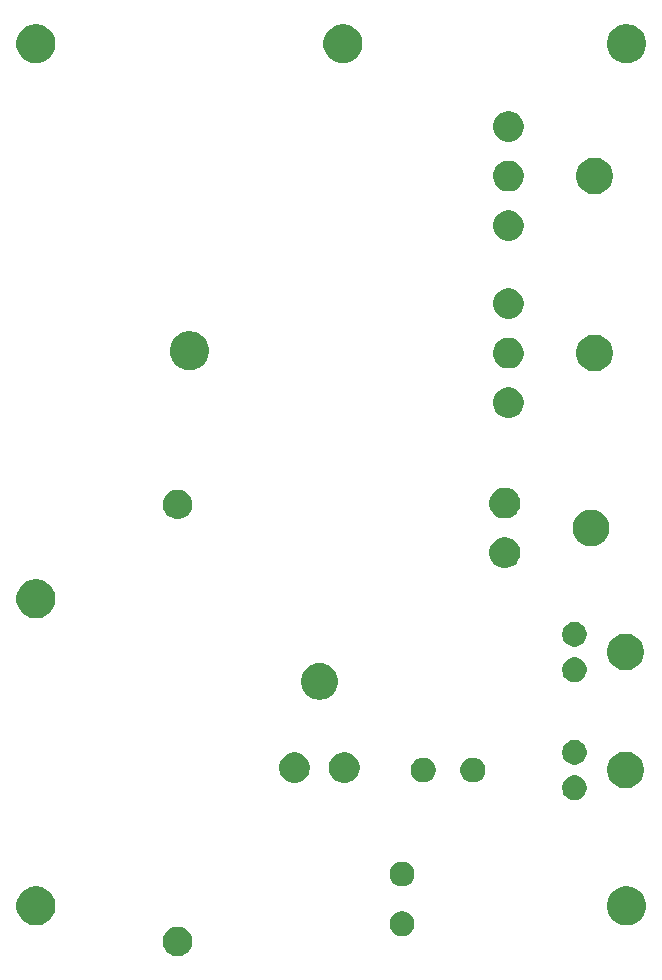
<source format=gbr>
G04 #@! TF.GenerationSoftware,KiCad,Pcbnew,(5.1.4-0)*
G04 #@! TF.CreationDate,2021-06-22T22:46:31+02:00*
G04 #@! TF.ProjectId,accumulator_HV_distribution_board,61636375-6d75-46c6-9174-6f725f48565f,rev?*
G04 #@! TF.SameCoordinates,Original*
G04 #@! TF.FileFunction,Soldermask,Top*
G04 #@! TF.FilePolarity,Negative*
%FSLAX46Y46*%
G04 Gerber Fmt 4.6, Leading zero omitted, Abs format (unit mm)*
G04 Created by KiCad (PCBNEW (5.1.4-0)) date 2021-06-22 22:46:31*
%MOMM*%
%LPD*%
G04 APERTURE LIST*
%ADD10C,0.100000*%
G04 APERTURE END LIST*
D10*
G36*
X132364903Y-119797075D02*
G01*
X132592571Y-119891378D01*
X132797466Y-120028285D01*
X132971715Y-120202534D01*
X133108622Y-120407429D01*
X133108623Y-120407431D01*
X133118545Y-120431385D01*
X133202925Y-120635097D01*
X133251000Y-120876787D01*
X133251000Y-121123213D01*
X133202925Y-121364903D01*
X133108622Y-121592571D01*
X132971715Y-121797466D01*
X132797466Y-121971715D01*
X132592571Y-122108622D01*
X132592570Y-122108623D01*
X132592569Y-122108623D01*
X132364903Y-122202925D01*
X132123214Y-122251000D01*
X131876786Y-122251000D01*
X131635097Y-122202925D01*
X131407431Y-122108623D01*
X131407430Y-122108623D01*
X131407429Y-122108622D01*
X131202534Y-121971715D01*
X131028285Y-121797466D01*
X130891378Y-121592571D01*
X130797075Y-121364903D01*
X130749000Y-121123213D01*
X130749000Y-120876787D01*
X130797075Y-120635097D01*
X130881455Y-120431385D01*
X130891377Y-120407431D01*
X130891378Y-120407429D01*
X131028285Y-120202534D01*
X131202534Y-120028285D01*
X131407429Y-119891378D01*
X131635097Y-119797075D01*
X131876786Y-119749000D01*
X132123214Y-119749000D01*
X132364903Y-119797075D01*
X132364903Y-119797075D01*
G37*
G36*
X151306564Y-118489389D02*
G01*
X151497833Y-118568615D01*
X151497835Y-118568616D01*
X151669973Y-118683635D01*
X151816365Y-118830027D01*
X151931385Y-119002167D01*
X152010611Y-119193436D01*
X152051000Y-119396484D01*
X152051000Y-119603516D01*
X152010611Y-119806564D01*
X151975480Y-119891377D01*
X151931384Y-119997835D01*
X151816365Y-120169973D01*
X151669973Y-120316365D01*
X151497835Y-120431384D01*
X151497834Y-120431385D01*
X151497833Y-120431385D01*
X151306564Y-120510611D01*
X151103516Y-120551000D01*
X150896484Y-120551000D01*
X150693436Y-120510611D01*
X150502167Y-120431385D01*
X150502166Y-120431385D01*
X150502165Y-120431384D01*
X150330027Y-120316365D01*
X150183635Y-120169973D01*
X150068616Y-119997835D01*
X150024520Y-119891377D01*
X149989389Y-119806564D01*
X149949000Y-119603516D01*
X149949000Y-119396484D01*
X149989389Y-119193436D01*
X150068615Y-119002167D01*
X150183635Y-118830027D01*
X150330027Y-118683635D01*
X150502165Y-118568616D01*
X150502167Y-118568615D01*
X150693436Y-118489389D01*
X150896484Y-118449000D01*
X151103516Y-118449000D01*
X151306564Y-118489389D01*
X151306564Y-118489389D01*
G37*
G36*
X170375256Y-116391298D02*
G01*
X170481579Y-116412447D01*
X170782042Y-116536903D01*
X171052451Y-116717585D01*
X171282415Y-116947549D01*
X171463097Y-117217958D01*
X171587553Y-117518421D01*
X171651000Y-117837391D01*
X171651000Y-118162609D01*
X171587553Y-118481579D01*
X171463097Y-118782042D01*
X171282415Y-119052451D01*
X171052451Y-119282415D01*
X170782042Y-119463097D01*
X170481579Y-119587553D01*
X170401327Y-119603516D01*
X170162611Y-119651000D01*
X169837389Y-119651000D01*
X169598673Y-119603516D01*
X169518421Y-119587553D01*
X169217958Y-119463097D01*
X168947549Y-119282415D01*
X168717585Y-119052451D01*
X168536903Y-118782042D01*
X168412447Y-118481579D01*
X168349000Y-118162609D01*
X168349000Y-117837391D01*
X168412447Y-117518421D01*
X168536903Y-117217958D01*
X168717585Y-116947549D01*
X168947549Y-116717585D01*
X169217958Y-116536903D01*
X169518421Y-116412447D01*
X169624744Y-116391298D01*
X169837389Y-116349000D01*
X170162611Y-116349000D01*
X170375256Y-116391298D01*
X170375256Y-116391298D01*
G37*
G36*
X120375256Y-116391298D02*
G01*
X120481579Y-116412447D01*
X120782042Y-116536903D01*
X121052451Y-116717585D01*
X121282415Y-116947549D01*
X121463097Y-117217958D01*
X121587553Y-117518421D01*
X121651000Y-117837391D01*
X121651000Y-118162609D01*
X121587553Y-118481579D01*
X121463097Y-118782042D01*
X121282415Y-119052451D01*
X121052451Y-119282415D01*
X120782042Y-119463097D01*
X120481579Y-119587553D01*
X120401327Y-119603516D01*
X120162611Y-119651000D01*
X119837389Y-119651000D01*
X119598673Y-119603516D01*
X119518421Y-119587553D01*
X119217958Y-119463097D01*
X118947549Y-119282415D01*
X118717585Y-119052451D01*
X118536903Y-118782042D01*
X118412447Y-118481579D01*
X118349000Y-118162609D01*
X118349000Y-117837391D01*
X118412447Y-117518421D01*
X118536903Y-117217958D01*
X118717585Y-116947549D01*
X118947549Y-116717585D01*
X119217958Y-116536903D01*
X119518421Y-116412447D01*
X119624744Y-116391298D01*
X119837389Y-116349000D01*
X120162611Y-116349000D01*
X120375256Y-116391298D01*
X120375256Y-116391298D01*
G37*
G36*
X151306564Y-114289389D02*
G01*
X151497833Y-114368615D01*
X151497835Y-114368616D01*
X151669973Y-114483635D01*
X151816365Y-114630027D01*
X151931385Y-114802167D01*
X152010611Y-114993436D01*
X152051000Y-115196484D01*
X152051000Y-115403516D01*
X152010611Y-115606564D01*
X151931385Y-115797833D01*
X151931384Y-115797835D01*
X151816365Y-115969973D01*
X151669973Y-116116365D01*
X151497835Y-116231384D01*
X151497834Y-116231385D01*
X151497833Y-116231385D01*
X151306564Y-116310611D01*
X151103516Y-116351000D01*
X150896484Y-116351000D01*
X150693436Y-116310611D01*
X150502167Y-116231385D01*
X150502166Y-116231385D01*
X150502165Y-116231384D01*
X150330027Y-116116365D01*
X150183635Y-115969973D01*
X150068616Y-115797835D01*
X150068615Y-115797833D01*
X149989389Y-115606564D01*
X149949000Y-115403516D01*
X149949000Y-115196484D01*
X149989389Y-114993436D01*
X150068615Y-114802167D01*
X150183635Y-114630027D01*
X150330027Y-114483635D01*
X150502165Y-114368616D01*
X150502167Y-114368615D01*
X150693436Y-114289389D01*
X150896484Y-114249000D01*
X151103516Y-114249000D01*
X151306564Y-114289389D01*
X151306564Y-114289389D01*
G37*
G36*
X165906564Y-106989389D02*
G01*
X166097833Y-107068615D01*
X166097835Y-107068616D01*
X166269973Y-107183635D01*
X166416365Y-107330027D01*
X166522390Y-107488704D01*
X166531385Y-107502167D01*
X166610611Y-107693436D01*
X166651000Y-107896484D01*
X166651000Y-108103516D01*
X166610611Y-108306564D01*
X166531385Y-108497833D01*
X166531384Y-108497835D01*
X166416365Y-108669973D01*
X166269973Y-108816365D01*
X166097835Y-108931384D01*
X166097834Y-108931385D01*
X166097833Y-108931385D01*
X165906564Y-109010611D01*
X165703516Y-109051000D01*
X165496484Y-109051000D01*
X165293436Y-109010611D01*
X165102167Y-108931385D01*
X165102166Y-108931385D01*
X165102165Y-108931384D01*
X164930027Y-108816365D01*
X164783635Y-108669973D01*
X164668616Y-108497835D01*
X164668615Y-108497833D01*
X164589389Y-108306564D01*
X164549000Y-108103516D01*
X164549000Y-107896484D01*
X164589389Y-107693436D01*
X164668615Y-107502167D01*
X164677611Y-107488704D01*
X164783635Y-107330027D01*
X164930027Y-107183635D01*
X165102165Y-107068616D01*
X165102167Y-107068615D01*
X165293436Y-106989389D01*
X165496484Y-106949000D01*
X165703516Y-106949000D01*
X165906564Y-106989389D01*
X165906564Y-106989389D01*
G37*
G36*
X170222585Y-104978802D02*
G01*
X170372410Y-105008604D01*
X170654674Y-105125521D01*
X170908705Y-105295259D01*
X171124741Y-105511295D01*
X171294479Y-105765326D01*
X171411396Y-106047590D01*
X171411396Y-106047591D01*
X171471000Y-106347239D01*
X171471000Y-106652761D01*
X171441198Y-106802585D01*
X171411396Y-106952410D01*
X171294479Y-107234674D01*
X171124741Y-107488705D01*
X170908705Y-107704741D01*
X170654674Y-107874479D01*
X170372410Y-107991396D01*
X170222585Y-108021198D01*
X170072761Y-108051000D01*
X169767239Y-108051000D01*
X169617415Y-108021198D01*
X169467590Y-107991396D01*
X169185326Y-107874479D01*
X168931295Y-107704741D01*
X168715259Y-107488705D01*
X168545521Y-107234674D01*
X168428604Y-106952410D01*
X168398802Y-106802585D01*
X168369000Y-106652761D01*
X168369000Y-106347239D01*
X168428604Y-106047591D01*
X168428604Y-106047590D01*
X168545521Y-105765326D01*
X168715259Y-105511295D01*
X168931295Y-105295259D01*
X169185326Y-105125521D01*
X169467590Y-105008604D01*
X169617415Y-104978802D01*
X169767239Y-104949000D01*
X170072761Y-104949000D01*
X170222585Y-104978802D01*
X170222585Y-104978802D01*
G37*
G36*
X146479487Y-105048996D02*
G01*
X146716253Y-105147068D01*
X146716255Y-105147069D01*
X146929339Y-105289447D01*
X147110553Y-105470661D01*
X147252858Y-105683635D01*
X147252932Y-105683747D01*
X147351004Y-105920513D01*
X147401000Y-106171861D01*
X147401000Y-106428139D01*
X147351004Y-106679487D01*
X147298366Y-106806565D01*
X147252931Y-106916255D01*
X147110553Y-107129339D01*
X146929339Y-107310553D01*
X146716255Y-107452931D01*
X146716254Y-107452932D01*
X146716253Y-107452932D01*
X146479487Y-107551004D01*
X146228139Y-107601000D01*
X145971861Y-107601000D01*
X145720513Y-107551004D01*
X145483747Y-107452932D01*
X145483746Y-107452932D01*
X145483745Y-107452931D01*
X145270661Y-107310553D01*
X145089447Y-107129339D01*
X144947069Y-106916255D01*
X144901634Y-106806565D01*
X144848996Y-106679487D01*
X144799000Y-106428139D01*
X144799000Y-106171861D01*
X144848996Y-105920513D01*
X144947068Y-105683747D01*
X144947143Y-105683635D01*
X145089447Y-105470661D01*
X145270661Y-105289447D01*
X145483745Y-105147069D01*
X145483747Y-105147068D01*
X145720513Y-105048996D01*
X145971861Y-104999000D01*
X146228139Y-104999000D01*
X146479487Y-105048996D01*
X146479487Y-105048996D01*
G37*
G36*
X142279487Y-105048996D02*
G01*
X142516253Y-105147068D01*
X142516255Y-105147069D01*
X142729339Y-105289447D01*
X142910553Y-105470661D01*
X143052858Y-105683635D01*
X143052932Y-105683747D01*
X143151004Y-105920513D01*
X143201000Y-106171861D01*
X143201000Y-106428139D01*
X143151004Y-106679487D01*
X143098366Y-106806565D01*
X143052931Y-106916255D01*
X142910553Y-107129339D01*
X142729339Y-107310553D01*
X142516255Y-107452931D01*
X142516254Y-107452932D01*
X142516253Y-107452932D01*
X142279487Y-107551004D01*
X142028139Y-107601000D01*
X141771861Y-107601000D01*
X141520513Y-107551004D01*
X141283747Y-107452932D01*
X141283746Y-107452932D01*
X141283745Y-107452931D01*
X141070661Y-107310553D01*
X140889447Y-107129339D01*
X140747069Y-106916255D01*
X140701634Y-106806565D01*
X140648996Y-106679487D01*
X140599000Y-106428139D01*
X140599000Y-106171861D01*
X140648996Y-105920513D01*
X140747068Y-105683747D01*
X140747143Y-105683635D01*
X140889447Y-105470661D01*
X141070661Y-105289447D01*
X141283745Y-105147069D01*
X141283747Y-105147068D01*
X141520513Y-105048996D01*
X141771861Y-104999000D01*
X142028139Y-104999000D01*
X142279487Y-105048996D01*
X142279487Y-105048996D01*
G37*
G36*
X157306564Y-105489389D02*
G01*
X157497833Y-105568615D01*
X157497835Y-105568616D01*
X157669973Y-105683635D01*
X157816365Y-105830027D01*
X157884090Y-105931384D01*
X157931385Y-106002167D01*
X158010611Y-106193436D01*
X158051000Y-106396484D01*
X158051000Y-106603516D01*
X158010611Y-106806564D01*
X157934882Y-106989390D01*
X157931384Y-106997835D01*
X157816365Y-107169973D01*
X157669973Y-107316365D01*
X157497835Y-107431384D01*
X157497834Y-107431385D01*
X157497833Y-107431385D01*
X157306564Y-107510611D01*
X157103516Y-107551000D01*
X156896484Y-107551000D01*
X156693436Y-107510611D01*
X156502167Y-107431385D01*
X156502166Y-107431385D01*
X156502165Y-107431384D01*
X156330027Y-107316365D01*
X156183635Y-107169973D01*
X156068616Y-106997835D01*
X156065118Y-106989390D01*
X155989389Y-106806564D01*
X155949000Y-106603516D01*
X155949000Y-106396484D01*
X155989389Y-106193436D01*
X156068615Y-106002167D01*
X156115911Y-105931384D01*
X156183635Y-105830027D01*
X156330027Y-105683635D01*
X156502165Y-105568616D01*
X156502167Y-105568615D01*
X156693436Y-105489389D01*
X156896484Y-105449000D01*
X157103516Y-105449000D01*
X157306564Y-105489389D01*
X157306564Y-105489389D01*
G37*
G36*
X153106564Y-105489389D02*
G01*
X153297833Y-105568615D01*
X153297835Y-105568616D01*
X153469973Y-105683635D01*
X153616365Y-105830027D01*
X153684090Y-105931384D01*
X153731385Y-106002167D01*
X153810611Y-106193436D01*
X153851000Y-106396484D01*
X153851000Y-106603516D01*
X153810611Y-106806564D01*
X153734882Y-106989390D01*
X153731384Y-106997835D01*
X153616365Y-107169973D01*
X153469973Y-107316365D01*
X153297835Y-107431384D01*
X153297834Y-107431385D01*
X153297833Y-107431385D01*
X153106564Y-107510611D01*
X152903516Y-107551000D01*
X152696484Y-107551000D01*
X152493436Y-107510611D01*
X152302167Y-107431385D01*
X152302166Y-107431385D01*
X152302165Y-107431384D01*
X152130027Y-107316365D01*
X151983635Y-107169973D01*
X151868616Y-106997835D01*
X151865118Y-106989390D01*
X151789389Y-106806564D01*
X151749000Y-106603516D01*
X151749000Y-106396484D01*
X151789389Y-106193436D01*
X151868615Y-106002167D01*
X151915911Y-105931384D01*
X151983635Y-105830027D01*
X152130027Y-105683635D01*
X152302165Y-105568616D01*
X152302167Y-105568615D01*
X152493436Y-105489389D01*
X152696484Y-105449000D01*
X152903516Y-105449000D01*
X153106564Y-105489389D01*
X153106564Y-105489389D01*
G37*
G36*
X165906564Y-103989389D02*
G01*
X166097833Y-104068615D01*
X166097835Y-104068616D01*
X166269973Y-104183635D01*
X166416365Y-104330027D01*
X166531385Y-104502167D01*
X166610611Y-104693436D01*
X166651000Y-104896484D01*
X166651000Y-105103516D01*
X166610611Y-105306564D01*
X166534882Y-105489390D01*
X166531384Y-105497835D01*
X166416365Y-105669973D01*
X166269973Y-105816365D01*
X166097835Y-105931384D01*
X166097834Y-105931385D01*
X166097833Y-105931385D01*
X165906564Y-106010611D01*
X165703516Y-106051000D01*
X165496484Y-106051000D01*
X165293436Y-106010611D01*
X165102167Y-105931385D01*
X165102166Y-105931385D01*
X165102165Y-105931384D01*
X164930027Y-105816365D01*
X164783635Y-105669973D01*
X164668616Y-105497835D01*
X164665118Y-105489390D01*
X164589389Y-105306564D01*
X164549000Y-105103516D01*
X164549000Y-104896484D01*
X164589389Y-104693436D01*
X164668615Y-104502167D01*
X164783635Y-104330027D01*
X164930027Y-104183635D01*
X165102165Y-104068616D01*
X165102167Y-104068615D01*
X165293436Y-103989389D01*
X165496484Y-103949000D01*
X165703516Y-103949000D01*
X165906564Y-103989389D01*
X165906564Y-103989389D01*
G37*
G36*
X144302585Y-97478802D02*
G01*
X144452410Y-97508604D01*
X144734674Y-97625521D01*
X144988705Y-97795259D01*
X145204741Y-98011295D01*
X145374479Y-98265326D01*
X145491396Y-98547590D01*
X145551000Y-98847240D01*
X145551000Y-99152760D01*
X145491396Y-99452410D01*
X145374479Y-99734674D01*
X145204741Y-99988705D01*
X144988705Y-100204741D01*
X144734674Y-100374479D01*
X144452410Y-100491396D01*
X144302585Y-100521198D01*
X144152761Y-100551000D01*
X143847239Y-100551000D01*
X143697415Y-100521198D01*
X143547590Y-100491396D01*
X143265326Y-100374479D01*
X143011295Y-100204741D01*
X142795259Y-99988705D01*
X142625521Y-99734674D01*
X142508604Y-99452410D01*
X142449000Y-99152760D01*
X142449000Y-98847240D01*
X142508604Y-98547590D01*
X142625521Y-98265326D01*
X142795259Y-98011295D01*
X143011295Y-97795259D01*
X143265326Y-97625521D01*
X143547590Y-97508604D01*
X143697415Y-97478802D01*
X143847239Y-97449000D01*
X144152761Y-97449000D01*
X144302585Y-97478802D01*
X144302585Y-97478802D01*
G37*
G36*
X165906564Y-96989389D02*
G01*
X166097833Y-97068615D01*
X166097835Y-97068616D01*
X166269973Y-97183635D01*
X166416365Y-97330027D01*
X166522390Y-97488704D01*
X166531385Y-97502167D01*
X166610611Y-97693436D01*
X166651000Y-97896484D01*
X166651000Y-98103516D01*
X166610611Y-98306564D01*
X166531385Y-98497833D01*
X166531384Y-98497835D01*
X166416365Y-98669973D01*
X166269973Y-98816365D01*
X166097835Y-98931384D01*
X166097834Y-98931385D01*
X166097833Y-98931385D01*
X165906564Y-99010611D01*
X165703516Y-99051000D01*
X165496484Y-99051000D01*
X165293436Y-99010611D01*
X165102167Y-98931385D01*
X165102166Y-98931385D01*
X165102165Y-98931384D01*
X164930027Y-98816365D01*
X164783635Y-98669973D01*
X164668616Y-98497835D01*
X164668615Y-98497833D01*
X164589389Y-98306564D01*
X164549000Y-98103516D01*
X164549000Y-97896484D01*
X164589389Y-97693436D01*
X164668615Y-97502167D01*
X164677611Y-97488704D01*
X164783635Y-97330027D01*
X164930027Y-97183635D01*
X165102165Y-97068616D01*
X165102167Y-97068615D01*
X165293436Y-96989389D01*
X165496484Y-96949000D01*
X165703516Y-96949000D01*
X165906564Y-96989389D01*
X165906564Y-96989389D01*
G37*
G36*
X170222585Y-94978802D02*
G01*
X170372410Y-95008604D01*
X170654674Y-95125521D01*
X170908705Y-95295259D01*
X171124741Y-95511295D01*
X171294479Y-95765326D01*
X171411396Y-96047590D01*
X171471000Y-96347240D01*
X171471000Y-96652760D01*
X171411396Y-96952410D01*
X171294479Y-97234674D01*
X171124741Y-97488705D01*
X170908705Y-97704741D01*
X170654674Y-97874479D01*
X170372410Y-97991396D01*
X170222585Y-98021198D01*
X170072761Y-98051000D01*
X169767239Y-98051000D01*
X169617415Y-98021198D01*
X169467590Y-97991396D01*
X169185326Y-97874479D01*
X168931295Y-97704741D01*
X168715259Y-97488705D01*
X168545521Y-97234674D01*
X168428604Y-96952410D01*
X168369000Y-96652760D01*
X168369000Y-96347240D01*
X168428604Y-96047590D01*
X168545521Y-95765326D01*
X168715259Y-95511295D01*
X168931295Y-95295259D01*
X169185326Y-95125521D01*
X169467590Y-95008604D01*
X169617415Y-94978802D01*
X169767239Y-94949000D01*
X170072761Y-94949000D01*
X170222585Y-94978802D01*
X170222585Y-94978802D01*
G37*
G36*
X165906564Y-93989389D02*
G01*
X166097833Y-94068615D01*
X166097835Y-94068616D01*
X166269973Y-94183635D01*
X166416365Y-94330027D01*
X166531385Y-94502167D01*
X166610611Y-94693436D01*
X166651000Y-94896484D01*
X166651000Y-95103516D01*
X166610611Y-95306564D01*
X166531385Y-95497833D01*
X166531384Y-95497835D01*
X166416365Y-95669973D01*
X166269973Y-95816365D01*
X166097835Y-95931384D01*
X166097834Y-95931385D01*
X166097833Y-95931385D01*
X165906564Y-96010611D01*
X165703516Y-96051000D01*
X165496484Y-96051000D01*
X165293436Y-96010611D01*
X165102167Y-95931385D01*
X165102166Y-95931385D01*
X165102165Y-95931384D01*
X164930027Y-95816365D01*
X164783635Y-95669973D01*
X164668616Y-95497835D01*
X164668615Y-95497833D01*
X164589389Y-95306564D01*
X164549000Y-95103516D01*
X164549000Y-94896484D01*
X164589389Y-94693436D01*
X164668615Y-94502167D01*
X164783635Y-94330027D01*
X164930027Y-94183635D01*
X165102165Y-94068616D01*
X165102167Y-94068615D01*
X165293436Y-93989389D01*
X165496484Y-93949000D01*
X165703516Y-93949000D01*
X165906564Y-93989389D01*
X165906564Y-93989389D01*
G37*
G36*
X120375256Y-90391298D02*
G01*
X120481579Y-90412447D01*
X120782042Y-90536903D01*
X121052451Y-90717585D01*
X121282415Y-90947549D01*
X121463097Y-91217958D01*
X121587553Y-91518421D01*
X121651000Y-91837391D01*
X121651000Y-92162609D01*
X121587553Y-92481579D01*
X121463097Y-92782042D01*
X121282415Y-93052451D01*
X121052451Y-93282415D01*
X120782042Y-93463097D01*
X120481579Y-93587553D01*
X120375256Y-93608702D01*
X120162611Y-93651000D01*
X119837389Y-93651000D01*
X119624744Y-93608702D01*
X119518421Y-93587553D01*
X119217958Y-93463097D01*
X118947549Y-93282415D01*
X118717585Y-93052451D01*
X118536903Y-92782042D01*
X118412447Y-92481579D01*
X118349000Y-92162609D01*
X118349000Y-91837391D01*
X118412447Y-91518421D01*
X118536903Y-91217958D01*
X118717585Y-90947549D01*
X118947549Y-90717585D01*
X119217958Y-90536903D01*
X119518421Y-90412447D01*
X119624744Y-90391298D01*
X119837389Y-90349000D01*
X120162611Y-90349000D01*
X120375256Y-90391298D01*
X120375256Y-90391298D01*
G37*
G36*
X160079487Y-86848996D02*
G01*
X160316253Y-86947068D01*
X160316255Y-86947069D01*
X160529339Y-87089447D01*
X160710553Y-87270661D01*
X160852932Y-87483747D01*
X160951004Y-87720513D01*
X161001000Y-87971861D01*
X161001000Y-88228139D01*
X160951004Y-88479487D01*
X160852932Y-88716253D01*
X160852931Y-88716255D01*
X160710553Y-88929339D01*
X160529339Y-89110553D01*
X160316255Y-89252931D01*
X160316254Y-89252932D01*
X160316253Y-89252932D01*
X160079487Y-89351004D01*
X159828139Y-89401000D01*
X159571861Y-89401000D01*
X159320513Y-89351004D01*
X159083747Y-89252932D01*
X159083746Y-89252932D01*
X159083745Y-89252931D01*
X158870661Y-89110553D01*
X158689447Y-88929339D01*
X158547069Y-88716255D01*
X158547068Y-88716253D01*
X158448996Y-88479487D01*
X158399000Y-88228139D01*
X158399000Y-87971861D01*
X158448996Y-87720513D01*
X158547068Y-87483747D01*
X158689447Y-87270661D01*
X158870661Y-87089447D01*
X159083745Y-86947069D01*
X159083747Y-86947068D01*
X159320513Y-86848996D01*
X159571861Y-86799000D01*
X159828139Y-86799000D01*
X160079487Y-86848996D01*
X160079487Y-86848996D01*
G37*
G36*
X167302585Y-84478802D02*
G01*
X167452410Y-84508604D01*
X167734674Y-84625521D01*
X167988705Y-84795259D01*
X168204741Y-85011295D01*
X168374479Y-85265326D01*
X168491396Y-85547590D01*
X168551000Y-85847240D01*
X168551000Y-86152760D01*
X168491396Y-86452410D01*
X168374479Y-86734674D01*
X168204741Y-86988705D01*
X167988705Y-87204741D01*
X167734674Y-87374479D01*
X167452410Y-87491396D01*
X167302585Y-87521198D01*
X167152761Y-87551000D01*
X166847239Y-87551000D01*
X166697415Y-87521198D01*
X166547590Y-87491396D01*
X166265326Y-87374479D01*
X166011295Y-87204741D01*
X165795259Y-86988705D01*
X165625521Y-86734674D01*
X165508604Y-86452410D01*
X165449000Y-86152760D01*
X165449000Y-85847240D01*
X165508604Y-85547590D01*
X165625521Y-85265326D01*
X165795259Y-85011295D01*
X166011295Y-84795259D01*
X166265326Y-84625521D01*
X166547590Y-84508604D01*
X166697415Y-84478802D01*
X166847239Y-84449000D01*
X167152761Y-84449000D01*
X167302585Y-84478802D01*
X167302585Y-84478802D01*
G37*
G36*
X132364903Y-82797075D02*
G01*
X132587910Y-82889447D01*
X132592571Y-82891378D01*
X132797466Y-83028285D01*
X132971715Y-83202534D01*
X133025980Y-83283747D01*
X133108623Y-83407431D01*
X133155463Y-83520513D01*
X133202925Y-83635097D01*
X133251000Y-83876787D01*
X133251000Y-84123213D01*
X133202925Y-84364903D01*
X133108622Y-84592571D01*
X132971715Y-84797466D01*
X132797466Y-84971715D01*
X132592571Y-85108622D01*
X132592570Y-85108623D01*
X132592569Y-85108623D01*
X132364903Y-85202925D01*
X132123214Y-85251000D01*
X131876786Y-85251000D01*
X131635097Y-85202925D01*
X131407431Y-85108623D01*
X131407430Y-85108623D01*
X131407429Y-85108622D01*
X131202534Y-84971715D01*
X131028285Y-84797466D01*
X130891378Y-84592571D01*
X130797075Y-84364903D01*
X130749000Y-84123213D01*
X130749000Y-83876787D01*
X130797075Y-83635097D01*
X130844537Y-83520513D01*
X130891377Y-83407431D01*
X130974020Y-83283747D01*
X131028285Y-83202534D01*
X131202534Y-83028285D01*
X131407429Y-82891378D01*
X131412091Y-82889447D01*
X131635097Y-82797075D01*
X131876786Y-82749000D01*
X132123214Y-82749000D01*
X132364903Y-82797075D01*
X132364903Y-82797075D01*
G37*
G36*
X160079487Y-82648996D02*
G01*
X160316253Y-82747068D01*
X160316255Y-82747069D01*
X160529339Y-82889447D01*
X160710553Y-83070661D01*
X160798668Y-83202534D01*
X160852932Y-83283747D01*
X160951004Y-83520513D01*
X161001000Y-83771861D01*
X161001000Y-84028139D01*
X160951004Y-84279487D01*
X160915623Y-84364903D01*
X160852931Y-84516255D01*
X160710553Y-84729339D01*
X160529339Y-84910553D01*
X160316255Y-85052931D01*
X160316254Y-85052932D01*
X160316253Y-85052932D01*
X160079487Y-85151004D01*
X159828139Y-85201000D01*
X159571861Y-85201000D01*
X159320513Y-85151004D01*
X159083747Y-85052932D01*
X159083746Y-85052932D01*
X159083745Y-85052931D01*
X158870661Y-84910553D01*
X158689447Y-84729339D01*
X158547069Y-84516255D01*
X158484377Y-84364903D01*
X158448996Y-84279487D01*
X158399000Y-84028139D01*
X158399000Y-83771861D01*
X158448996Y-83520513D01*
X158547068Y-83283747D01*
X158601333Y-83202534D01*
X158689447Y-83070661D01*
X158870661Y-82889447D01*
X159083745Y-82747069D01*
X159083747Y-82747068D01*
X159320513Y-82648996D01*
X159571861Y-82599000D01*
X159828139Y-82599000D01*
X160079487Y-82648996D01*
X160079487Y-82648996D01*
G37*
G36*
X160379487Y-74148996D02*
G01*
X160616253Y-74247068D01*
X160616255Y-74247069D01*
X160829339Y-74389447D01*
X161010553Y-74570661D01*
X161152932Y-74783747D01*
X161251004Y-75020513D01*
X161301000Y-75271861D01*
X161301000Y-75528139D01*
X161251004Y-75779487D01*
X161152932Y-76016253D01*
X161152931Y-76016255D01*
X161010553Y-76229339D01*
X160829339Y-76410553D01*
X160616255Y-76552931D01*
X160616254Y-76552932D01*
X160616253Y-76552932D01*
X160379487Y-76651004D01*
X160128139Y-76701000D01*
X159871861Y-76701000D01*
X159620513Y-76651004D01*
X159383747Y-76552932D01*
X159383746Y-76552932D01*
X159383745Y-76552931D01*
X159170661Y-76410553D01*
X158989447Y-76229339D01*
X158847069Y-76016255D01*
X158847068Y-76016253D01*
X158748996Y-75779487D01*
X158699000Y-75528139D01*
X158699000Y-75271861D01*
X158748996Y-75020513D01*
X158847068Y-74783747D01*
X158989447Y-74570661D01*
X159170661Y-74389447D01*
X159383745Y-74247069D01*
X159383747Y-74247068D01*
X159620513Y-74148996D01*
X159871861Y-74099000D01*
X160128139Y-74099000D01*
X160379487Y-74148996D01*
X160379487Y-74148996D01*
G37*
G36*
X167602585Y-69678802D02*
G01*
X167752410Y-69708604D01*
X168034674Y-69825521D01*
X168288705Y-69995259D01*
X168504741Y-70211295D01*
X168674479Y-70465326D01*
X168791396Y-70747590D01*
X168851000Y-71047240D01*
X168851000Y-71352760D01*
X168791396Y-71652410D01*
X168674479Y-71934674D01*
X168504741Y-72188705D01*
X168288705Y-72404741D01*
X168034674Y-72574479D01*
X167752410Y-72691396D01*
X167602585Y-72721198D01*
X167452761Y-72751000D01*
X167147239Y-72751000D01*
X166997415Y-72721198D01*
X166847590Y-72691396D01*
X166565326Y-72574479D01*
X166311295Y-72404741D01*
X166095259Y-72188705D01*
X165925521Y-71934674D01*
X165808604Y-71652410D01*
X165749000Y-71352760D01*
X165749000Y-71047240D01*
X165808604Y-70747590D01*
X165925521Y-70465326D01*
X166095259Y-70211295D01*
X166311295Y-69995259D01*
X166565326Y-69825521D01*
X166847590Y-69708604D01*
X166997415Y-69678802D01*
X167147239Y-69649000D01*
X167452761Y-69649000D01*
X167602585Y-69678802D01*
X167602585Y-69678802D01*
G37*
G36*
X133375256Y-69391298D02*
G01*
X133481579Y-69412447D01*
X133782042Y-69536903D01*
X134052451Y-69717585D01*
X134282415Y-69947549D01*
X134463097Y-70217958D01*
X134463098Y-70217960D01*
X134587553Y-70518422D01*
X134651000Y-70837389D01*
X134651000Y-71162611D01*
X134608702Y-71375256D01*
X134587553Y-71481579D01*
X134463097Y-71782042D01*
X134282415Y-72052451D01*
X134052451Y-72282415D01*
X133782042Y-72463097D01*
X133481579Y-72587553D01*
X133375256Y-72608702D01*
X133162611Y-72651000D01*
X132837389Y-72651000D01*
X132624744Y-72608702D01*
X132518421Y-72587553D01*
X132217958Y-72463097D01*
X131947549Y-72282415D01*
X131717585Y-72052451D01*
X131536903Y-71782042D01*
X131412447Y-71481579D01*
X131391298Y-71375256D01*
X131349000Y-71162611D01*
X131349000Y-70837389D01*
X131412447Y-70518422D01*
X131536902Y-70217960D01*
X131536903Y-70217958D01*
X131717585Y-69947549D01*
X131947549Y-69717585D01*
X132217958Y-69536903D01*
X132518421Y-69412447D01*
X132624744Y-69391298D01*
X132837389Y-69349000D01*
X133162611Y-69349000D01*
X133375256Y-69391298D01*
X133375256Y-69391298D01*
G37*
G36*
X160379487Y-69948996D02*
G01*
X160616253Y-70047068D01*
X160616255Y-70047069D01*
X160829339Y-70189447D01*
X161010553Y-70370661D01*
X161109284Y-70518422D01*
X161152932Y-70583747D01*
X161251004Y-70820513D01*
X161301000Y-71071861D01*
X161301000Y-71328139D01*
X161251004Y-71579487D01*
X161152932Y-71816253D01*
X161152931Y-71816255D01*
X161010553Y-72029339D01*
X160829339Y-72210553D01*
X160616255Y-72352931D01*
X160616254Y-72352932D01*
X160616253Y-72352932D01*
X160379487Y-72451004D01*
X160128139Y-72501000D01*
X159871861Y-72501000D01*
X159620513Y-72451004D01*
X159383747Y-72352932D01*
X159383746Y-72352932D01*
X159383745Y-72352931D01*
X159170661Y-72210553D01*
X158989447Y-72029339D01*
X158847069Y-71816255D01*
X158847068Y-71816253D01*
X158748996Y-71579487D01*
X158699000Y-71328139D01*
X158699000Y-71071861D01*
X158748996Y-70820513D01*
X158847068Y-70583747D01*
X158890717Y-70518422D01*
X158989447Y-70370661D01*
X159170661Y-70189447D01*
X159383745Y-70047069D01*
X159383747Y-70047068D01*
X159620513Y-69948996D01*
X159871861Y-69899000D01*
X160128139Y-69899000D01*
X160379487Y-69948996D01*
X160379487Y-69948996D01*
G37*
G36*
X160379487Y-65748996D02*
G01*
X160616253Y-65847068D01*
X160616255Y-65847069D01*
X160829339Y-65989447D01*
X161010553Y-66170661D01*
X161152932Y-66383747D01*
X161251004Y-66620513D01*
X161301000Y-66871861D01*
X161301000Y-67128139D01*
X161251004Y-67379487D01*
X161152932Y-67616253D01*
X161152931Y-67616255D01*
X161010553Y-67829339D01*
X160829339Y-68010553D01*
X160616255Y-68152931D01*
X160616254Y-68152932D01*
X160616253Y-68152932D01*
X160379487Y-68251004D01*
X160128139Y-68301000D01*
X159871861Y-68301000D01*
X159620513Y-68251004D01*
X159383747Y-68152932D01*
X159383746Y-68152932D01*
X159383745Y-68152931D01*
X159170661Y-68010553D01*
X158989447Y-67829339D01*
X158847069Y-67616255D01*
X158847068Y-67616253D01*
X158748996Y-67379487D01*
X158699000Y-67128139D01*
X158699000Y-66871861D01*
X158748996Y-66620513D01*
X158847068Y-66383747D01*
X158989447Y-66170661D01*
X159170661Y-65989447D01*
X159383745Y-65847069D01*
X159383747Y-65847068D01*
X159620513Y-65748996D01*
X159871861Y-65699000D01*
X160128139Y-65699000D01*
X160379487Y-65748996D01*
X160379487Y-65748996D01*
G37*
G36*
X160379487Y-59148996D02*
G01*
X160616253Y-59247068D01*
X160616255Y-59247069D01*
X160829339Y-59389447D01*
X161010553Y-59570661D01*
X161152932Y-59783747D01*
X161251004Y-60020513D01*
X161301000Y-60271861D01*
X161301000Y-60528139D01*
X161251004Y-60779487D01*
X161152932Y-61016253D01*
X161152931Y-61016255D01*
X161010553Y-61229339D01*
X160829339Y-61410553D01*
X160616255Y-61552931D01*
X160616254Y-61552932D01*
X160616253Y-61552932D01*
X160379487Y-61651004D01*
X160128139Y-61701000D01*
X159871861Y-61701000D01*
X159620513Y-61651004D01*
X159383747Y-61552932D01*
X159383746Y-61552932D01*
X159383745Y-61552931D01*
X159170661Y-61410553D01*
X158989447Y-61229339D01*
X158847069Y-61016255D01*
X158847068Y-61016253D01*
X158748996Y-60779487D01*
X158699000Y-60528139D01*
X158699000Y-60271861D01*
X158748996Y-60020513D01*
X158847068Y-59783747D01*
X158989447Y-59570661D01*
X159170661Y-59389447D01*
X159383745Y-59247069D01*
X159383747Y-59247068D01*
X159620513Y-59148996D01*
X159871861Y-59099000D01*
X160128139Y-59099000D01*
X160379487Y-59148996D01*
X160379487Y-59148996D01*
G37*
G36*
X167602585Y-54678802D02*
G01*
X167752410Y-54708604D01*
X168034674Y-54825521D01*
X168288705Y-54995259D01*
X168504741Y-55211295D01*
X168674479Y-55465326D01*
X168791396Y-55747590D01*
X168851000Y-56047240D01*
X168851000Y-56352760D01*
X168791396Y-56652410D01*
X168674479Y-56934674D01*
X168504741Y-57188705D01*
X168288705Y-57404741D01*
X168034674Y-57574479D01*
X167752410Y-57691396D01*
X167602585Y-57721198D01*
X167452761Y-57751000D01*
X167147239Y-57751000D01*
X166997415Y-57721198D01*
X166847590Y-57691396D01*
X166565326Y-57574479D01*
X166311295Y-57404741D01*
X166095259Y-57188705D01*
X165925521Y-56934674D01*
X165808604Y-56652410D01*
X165749000Y-56352760D01*
X165749000Y-56047240D01*
X165808604Y-55747590D01*
X165925521Y-55465326D01*
X166095259Y-55211295D01*
X166311295Y-54995259D01*
X166565326Y-54825521D01*
X166847590Y-54708604D01*
X166997415Y-54678802D01*
X167147239Y-54649000D01*
X167452761Y-54649000D01*
X167602585Y-54678802D01*
X167602585Y-54678802D01*
G37*
G36*
X160379487Y-54948996D02*
G01*
X160616253Y-55047068D01*
X160616255Y-55047069D01*
X160829339Y-55189447D01*
X161010553Y-55370661D01*
X161152932Y-55583747D01*
X161251004Y-55820513D01*
X161301000Y-56071861D01*
X161301000Y-56328139D01*
X161251004Y-56579487D01*
X161220798Y-56652410D01*
X161152931Y-56816255D01*
X161010553Y-57029339D01*
X160829339Y-57210553D01*
X160616255Y-57352931D01*
X160616254Y-57352932D01*
X160616253Y-57352932D01*
X160379487Y-57451004D01*
X160128139Y-57501000D01*
X159871861Y-57501000D01*
X159620513Y-57451004D01*
X159383747Y-57352932D01*
X159383746Y-57352932D01*
X159383745Y-57352931D01*
X159170661Y-57210553D01*
X158989447Y-57029339D01*
X158847069Y-56816255D01*
X158779202Y-56652410D01*
X158748996Y-56579487D01*
X158699000Y-56328139D01*
X158699000Y-56071861D01*
X158748996Y-55820513D01*
X158847068Y-55583747D01*
X158989447Y-55370661D01*
X159170661Y-55189447D01*
X159383745Y-55047069D01*
X159383747Y-55047068D01*
X159620513Y-54948996D01*
X159871861Y-54899000D01*
X160128139Y-54899000D01*
X160379487Y-54948996D01*
X160379487Y-54948996D01*
G37*
G36*
X160379487Y-50748996D02*
G01*
X160616253Y-50847068D01*
X160616255Y-50847069D01*
X160829339Y-50989447D01*
X161010553Y-51170661D01*
X161152932Y-51383747D01*
X161251004Y-51620513D01*
X161301000Y-51871861D01*
X161301000Y-52128139D01*
X161251004Y-52379487D01*
X161152932Y-52616253D01*
X161152931Y-52616255D01*
X161010553Y-52829339D01*
X160829339Y-53010553D01*
X160616255Y-53152931D01*
X160616254Y-53152932D01*
X160616253Y-53152932D01*
X160379487Y-53251004D01*
X160128139Y-53301000D01*
X159871861Y-53301000D01*
X159620513Y-53251004D01*
X159383747Y-53152932D01*
X159383746Y-53152932D01*
X159383745Y-53152931D01*
X159170661Y-53010553D01*
X158989447Y-52829339D01*
X158847069Y-52616255D01*
X158847068Y-52616253D01*
X158748996Y-52379487D01*
X158699000Y-52128139D01*
X158699000Y-51871861D01*
X158748996Y-51620513D01*
X158847068Y-51383747D01*
X158989447Y-51170661D01*
X159170661Y-50989447D01*
X159383745Y-50847069D01*
X159383747Y-50847068D01*
X159620513Y-50748996D01*
X159871861Y-50699000D01*
X160128139Y-50699000D01*
X160379487Y-50748996D01*
X160379487Y-50748996D01*
G37*
G36*
X120375256Y-43391298D02*
G01*
X120481579Y-43412447D01*
X120782042Y-43536903D01*
X121052451Y-43717585D01*
X121282415Y-43947549D01*
X121463097Y-44217958D01*
X121587553Y-44518421D01*
X121651000Y-44837391D01*
X121651000Y-45162609D01*
X121587553Y-45481579D01*
X121463097Y-45782042D01*
X121282415Y-46052451D01*
X121052451Y-46282415D01*
X120782042Y-46463097D01*
X120481579Y-46587553D01*
X120375256Y-46608702D01*
X120162611Y-46651000D01*
X119837389Y-46651000D01*
X119624744Y-46608702D01*
X119518421Y-46587553D01*
X119217958Y-46463097D01*
X118947549Y-46282415D01*
X118717585Y-46052451D01*
X118536903Y-45782042D01*
X118412447Y-45481579D01*
X118349000Y-45162609D01*
X118349000Y-44837391D01*
X118412447Y-44518421D01*
X118536903Y-44217958D01*
X118717585Y-43947549D01*
X118947549Y-43717585D01*
X119217958Y-43536903D01*
X119518421Y-43412447D01*
X119624744Y-43391298D01*
X119837389Y-43349000D01*
X120162611Y-43349000D01*
X120375256Y-43391298D01*
X120375256Y-43391298D01*
G37*
G36*
X170375256Y-43391298D02*
G01*
X170481579Y-43412447D01*
X170782042Y-43536903D01*
X171052451Y-43717585D01*
X171282415Y-43947549D01*
X171463097Y-44217958D01*
X171587553Y-44518421D01*
X171651000Y-44837391D01*
X171651000Y-45162609D01*
X171587553Y-45481579D01*
X171463097Y-45782042D01*
X171282415Y-46052451D01*
X171052451Y-46282415D01*
X170782042Y-46463097D01*
X170481579Y-46587553D01*
X170375256Y-46608702D01*
X170162611Y-46651000D01*
X169837389Y-46651000D01*
X169624744Y-46608702D01*
X169518421Y-46587553D01*
X169217958Y-46463097D01*
X168947549Y-46282415D01*
X168717585Y-46052451D01*
X168536903Y-45782042D01*
X168412447Y-45481579D01*
X168349000Y-45162609D01*
X168349000Y-44837391D01*
X168412447Y-44518421D01*
X168536903Y-44217958D01*
X168717585Y-43947549D01*
X168947549Y-43717585D01*
X169217958Y-43536903D01*
X169518421Y-43412447D01*
X169624744Y-43391298D01*
X169837389Y-43349000D01*
X170162611Y-43349000D01*
X170375256Y-43391298D01*
X170375256Y-43391298D01*
G37*
G36*
X146375256Y-43391298D02*
G01*
X146481579Y-43412447D01*
X146782042Y-43536903D01*
X147052451Y-43717585D01*
X147282415Y-43947549D01*
X147463097Y-44217958D01*
X147587553Y-44518421D01*
X147651000Y-44837391D01*
X147651000Y-45162609D01*
X147587553Y-45481579D01*
X147463097Y-45782042D01*
X147282415Y-46052451D01*
X147052451Y-46282415D01*
X146782042Y-46463097D01*
X146481579Y-46587553D01*
X146375256Y-46608702D01*
X146162611Y-46651000D01*
X145837389Y-46651000D01*
X145624744Y-46608702D01*
X145518421Y-46587553D01*
X145217958Y-46463097D01*
X144947549Y-46282415D01*
X144717585Y-46052451D01*
X144536903Y-45782042D01*
X144412447Y-45481579D01*
X144349000Y-45162609D01*
X144349000Y-44837391D01*
X144412447Y-44518421D01*
X144536903Y-44217958D01*
X144717585Y-43947549D01*
X144947549Y-43717585D01*
X145217958Y-43536903D01*
X145518421Y-43412447D01*
X145624744Y-43391298D01*
X145837389Y-43349000D01*
X146162611Y-43349000D01*
X146375256Y-43391298D01*
X146375256Y-43391298D01*
G37*
M02*

</source>
